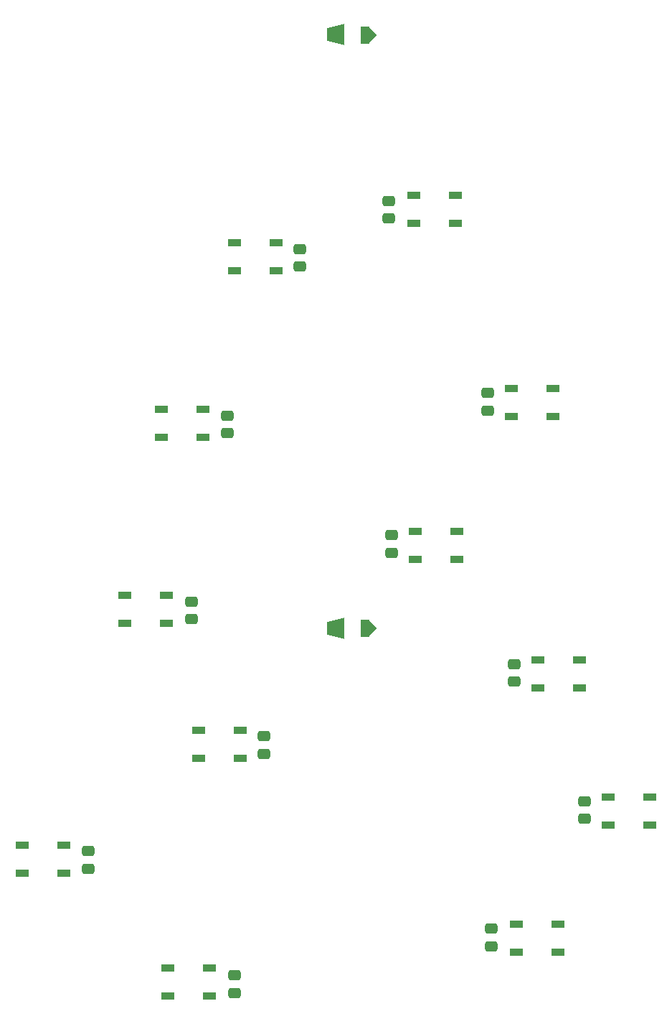
<source format=gbp>
G04 #@! TF.GenerationSoftware,KiCad,Pcbnew,8.0.6*
G04 #@! TF.CreationDate,2024-11-23T10:35:43+01:00*
G04 #@! TF.ProjectId,ChristmasTree,43687269-7374-46d6-9173-547265652e6b,rev?*
G04 #@! TF.SameCoordinates,Original*
G04 #@! TF.FileFunction,Paste,Bot*
G04 #@! TF.FilePolarity,Positive*
%FSLAX46Y46*%
G04 Gerber Fmt 4.6, Leading zero omitted, Abs format (unit mm)*
G04 Created by KiCad (PCBNEW 8.0.6) date 2024-11-23 10:35:43*
%MOMM*%
%LPD*%
G01*
G04 APERTURE LIST*
G04 Aperture macros list*
%AMRoundRect*
0 Rectangle with rounded corners*
0 $1 Rounding radius*
0 $2 $3 $4 $5 $6 $7 $8 $9 X,Y pos of 4 corners*
0 Add a 4 corners polygon primitive as box body*
4,1,4,$2,$3,$4,$5,$6,$7,$8,$9,$2,$3,0*
0 Add four circle primitives for the rounded corners*
1,1,$1+$1,$2,$3*
1,1,$1+$1,$4,$5*
1,1,$1+$1,$6,$7*
1,1,$1+$1,$8,$9*
0 Add four rect primitives between the rounded corners*
20,1,$1+$1,$2,$3,$4,$5,0*
20,1,$1+$1,$4,$5,$6,$7,0*
20,1,$1+$1,$6,$7,$8,$9,0*
20,1,$1+$1,$8,$9,$2,$3,0*%
%AMOutline4P*
0 Free polygon, 4 corners , with rotation*
0 The origin of the aperture is its center*
0 number of corners: always 4*
0 $1 to $8 corner X, Y*
0 $9 Rotation angle, in degrees counterclockwise*
0 create outline with 4 corners*
4,1,4,$1,$2,$3,$4,$5,$6,$7,$8,$1,$2,$9*%
G04 Aperture macros list end*
%ADD10Outline4P,-1.000000X-1.250000X1.000000X-0.750000X1.000000X0.750000X-1.000000X1.250000X180.000000*%
%ADD11R,1.500000X0.900000*%
%ADD12RoundRect,0.250000X0.475000X-0.337500X0.475000X0.337500X-0.475000X0.337500X-0.475000X-0.337500X0*%
%ADD13RoundRect,0.250000X-0.475000X0.337500X-0.475000X-0.337500X0.475000X-0.337500X0.475000X0.337500X0*%
%ADD14Outline4P,-0.500000X-1.000000X0.500000X0.000000X0.500000X0.000000X-0.500000X1.000000X0.000000*%
%ADD15R,1.000000X2.000000*%
G04 APERTURE END LIST*
D10*
X97884600Y-105830000D03*
D11*
X90880000Y-60390000D03*
X90880000Y-63690000D03*
X85980000Y-63690000D03*
X85980000Y-60390000D03*
D12*
X104450000Y-96917500D03*
X104450000Y-94842500D03*
D11*
X86600000Y-117822500D03*
X86600000Y-121122500D03*
X81700000Y-121122500D03*
X81700000Y-117822500D03*
D13*
X89410000Y-118525000D03*
X89410000Y-120600000D03*
D11*
X119190000Y-143960000D03*
X119190000Y-140660000D03*
X124090000Y-140660000D03*
X124090000Y-143960000D03*
X77920000Y-101900000D03*
X77920000Y-105200000D03*
X73020000Y-105200000D03*
X73020000Y-101900000D03*
D12*
X118930000Y-112107500D03*
X118930000Y-110032500D03*
D11*
X82250000Y-79992500D03*
X82250000Y-83292500D03*
X77350000Y-83292500D03*
X77350000Y-79992500D03*
X65800000Y-131372500D03*
X65800000Y-134672500D03*
X60900000Y-134672500D03*
X60900000Y-131372500D03*
X107310000Y-97670000D03*
X107310000Y-94370000D03*
X112210000Y-94370000D03*
X112210000Y-97670000D03*
X118660000Y-80810000D03*
X118660000Y-77510000D03*
X123560000Y-77510000D03*
X123560000Y-80810000D03*
D12*
X104140000Y-57477500D03*
X104140000Y-55402500D03*
D11*
X83000000Y-145840000D03*
X83000000Y-149140000D03*
X78100000Y-149140000D03*
X78100000Y-145840000D03*
X107140000Y-58070000D03*
X107140000Y-54770000D03*
X112040000Y-54770000D03*
X112040000Y-58070000D03*
X130070000Y-128980000D03*
X130070000Y-125680000D03*
X134970000Y-125680000D03*
X134970000Y-128980000D03*
D13*
X85100000Y-80725000D03*
X85100000Y-82800000D03*
D10*
X97884600Y-35830000D03*
D14*
X102320000Y-35855400D03*
D15*
X101320000Y-35855400D03*
D12*
X115810000Y-80127500D03*
X115810000Y-78052500D03*
D11*
X121770000Y-112850000D03*
X121770000Y-109550000D03*
X126670000Y-109550000D03*
X126670000Y-112850000D03*
D13*
X68710000Y-132095000D03*
X68710000Y-134170000D03*
X93610000Y-61092500D03*
X93610000Y-63167500D03*
X85960000Y-146735000D03*
X85960000Y-148810000D03*
D12*
X116290000Y-143307500D03*
X116290000Y-141232500D03*
D14*
X102320000Y-105855400D03*
D15*
X101320000Y-105855400D03*
D13*
X80880000Y-102642500D03*
X80880000Y-104717500D03*
D12*
X127260000Y-128287500D03*
X127260000Y-126212500D03*
M02*

</source>
